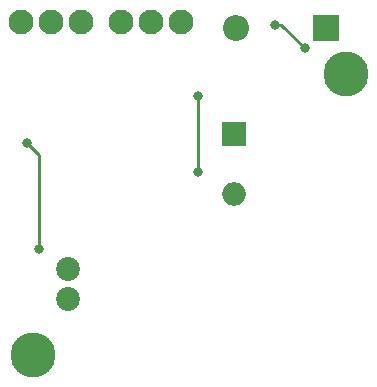
<source format=gbr>
%TF.GenerationSoftware,KiCad,Pcbnew,7.0.10*%
%TF.CreationDate,2024-02-10T17:51:15-05:00*%
%TF.ProjectId,led_controller_i2c,6c65645f-636f-46e7-9472-6f6c6c65725f,rev?*%
%TF.SameCoordinates,Original*%
%TF.FileFunction,Copper,L2,Bot*%
%TF.FilePolarity,Positive*%
%FSLAX46Y46*%
G04 Gerber Fmt 4.6, Leading zero omitted, Abs format (unit mm)*
G04 Created by KiCad (PCBNEW 7.0.10) date 2024-02-10 17:51:15*
%MOMM*%
%LPD*%
G01*
G04 APERTURE LIST*
%TA.AperFunction,ComponentPad*%
%ADD10C,3.800000*%
%TD*%
%TA.AperFunction,ComponentPad*%
%ADD11C,2.020000*%
%TD*%
%TA.AperFunction,ComponentPad*%
%ADD12R,2.200000X2.200000*%
%TD*%
%TA.AperFunction,ComponentPad*%
%ADD13O,2.200000X2.200000*%
%TD*%
%TA.AperFunction,ComponentPad*%
%ADD14C,2.100000*%
%TD*%
%TA.AperFunction,ComponentPad*%
%ADD15R,2.000000X2.000000*%
%TD*%
%TA.AperFunction,ComponentPad*%
%ADD16O,2.000000X2.000000*%
%TD*%
%TA.AperFunction,ViaPad*%
%ADD17C,0.800000*%
%TD*%
%TA.AperFunction,Conductor*%
%ADD18C,0.250000*%
%TD*%
G04 APERTURE END LIST*
D10*
%TO.P,H2,1*%
%TO.N,N/C*%
X15500000Y-42500000D03*
%TD*%
%TO.P,H1,1*%
%TO.N,N/C*%
X42000000Y-18650000D03*
%TD*%
D11*
%TO.P,J3,1*%
%TO.N,Net-(U1-PF0)*%
X18505000Y-37765000D03*
%TO.P,J3,2*%
%TO.N,Net-(U1-PF1)*%
X18505000Y-35225000D03*
%TD*%
D12*
%TO.P,D4,1,K*%
%TO.N,vin*%
X40310000Y-14765000D03*
D13*
%TO.P,D4,2,A*%
%TO.N,Net-(D4-A)*%
X32690000Y-14765000D03*
%TD*%
D14*
%TO.P,J2,1*%
%TO.N,GND*%
X28045000Y-14265000D03*
%TO.P,J2,2*%
%TO.N,Net-(D4-A)*%
X25505000Y-14265000D03*
%TO.P,J2,3*%
X22965000Y-14265000D03*
%TD*%
%TO.P,J1,1*%
%TO.N,g*%
X19605000Y-14265000D03*
%TO.P,J1,2*%
%TO.N,b*%
X17065000Y-14265000D03*
%TO.P,J1,3*%
%TO.N,r*%
X14525000Y-14265000D03*
%TD*%
D15*
%TO.P,D1,1,K*%
%TO.N,Net-(D1-K)*%
X32505000Y-23725000D03*
D16*
%TO.P,D1,2,A*%
%TO.N,GND*%
X32505000Y-28805000D03*
%TD*%
D17*
%TO.N,GND*%
X36000000Y-14500000D03*
X38500000Y-16500000D03*
%TO.N,Net-(D2-K)*%
X29500000Y-27000000D03*
X29500000Y-20500000D03*
%TO.N,GND*%
X15000000Y-24500000D03*
X16000000Y-33500000D03*
%TD*%
D18*
%TO.N,GND*%
X36500000Y-14500000D02*
X36000000Y-14500000D01*
X38500000Y-16500000D02*
X36500000Y-14500000D01*
%TO.N,Net-(D2-K)*%
X29500000Y-26500000D02*
X29500000Y-27000000D01*
X29500000Y-20500000D02*
X29500000Y-23370000D01*
X29500000Y-23370000D02*
X29500000Y-26500000D01*
%TO.N,GND*%
X16000000Y-25500000D02*
X15500000Y-25000000D01*
X15500000Y-25000000D02*
X15000000Y-24500000D01*
X16000000Y-33500000D02*
X16000000Y-25500000D01*
%TD*%
M02*

</source>
